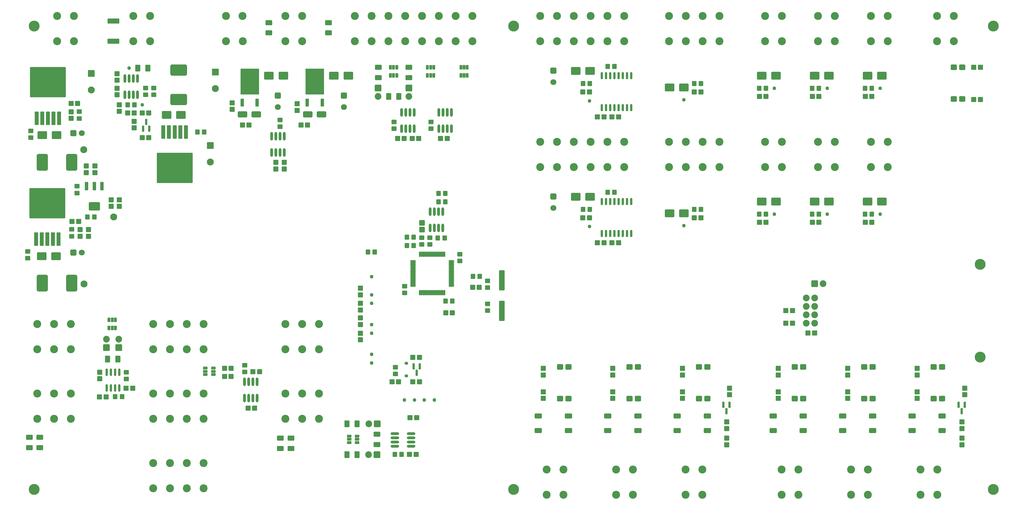
<source format=gts>
G04*
G04 #@! TF.GenerationSoftware,Altium Limited,Altium Designer,23.11.1 (41)*
G04*
G04 Layer_Color=8388736*
%FSLAX45Y45*%
%MOMM*%
G71*
G04*
G04 #@! TF.SameCoordinates,668DCF2D-5C62-4E2E-8AFA-826030B064F4*
G04*
G04*
G04 #@! TF.FilePolarity,Negative*
G04*
G01*
G75*
G04:AMPARAMS|DCode=16|XSize=0.7mm|YSize=1.9mm|CornerRadius=0.125mm|HoleSize=0mm|Usage=FLASHONLY|Rotation=0.000|XOffset=0mm|YOffset=0mm|HoleType=Round|Shape=RoundedRectangle|*
%AMROUNDEDRECTD16*
21,1,0.70000,1.65000,0,0,0.0*
21,1,0.45000,1.90000,0,0,0.0*
1,1,0.25000,0.22500,-0.82500*
1,1,0.25000,-0.22500,-0.82500*
1,1,0.25000,-0.22500,0.82500*
1,1,0.25000,0.22500,0.82500*
%
%ADD16ROUNDEDRECTD16*%
G04:AMPARAMS|DCode=17|XSize=0.95mm|YSize=0.85mm|CornerRadius=0.14375mm|HoleSize=0mm|Usage=FLASHONLY|Rotation=180.000|XOffset=0mm|YOffset=0mm|HoleType=Round|Shape=RoundedRectangle|*
%AMROUNDEDRECTD17*
21,1,0.95000,0.56250,0,0,180.0*
21,1,0.66250,0.85000,0,0,180.0*
1,1,0.28750,-0.33125,0.28125*
1,1,0.28750,0.33125,0.28125*
1,1,0.28750,0.33125,-0.28125*
1,1,0.28750,-0.33125,-0.28125*
%
%ADD17ROUNDEDRECTD17*%
G04:AMPARAMS|DCode=18|XSize=1.6mm|YSize=1.5mm|CornerRadius=0.225mm|HoleSize=0mm|Usage=FLASHONLY|Rotation=90.000|XOffset=0mm|YOffset=0mm|HoleType=Round|Shape=RoundedRectangle|*
%AMROUNDEDRECTD18*
21,1,1.60000,1.05000,0,0,90.0*
21,1,1.15000,1.50000,0,0,90.0*
1,1,0.45000,0.52500,0.57500*
1,1,0.45000,0.52500,-0.57500*
1,1,0.45000,-0.52500,-0.57500*
1,1,0.45000,-0.52500,0.57500*
%
%ADD18ROUNDEDRECTD18*%
G04:AMPARAMS|DCode=19|XSize=1.6mm|YSize=1.35mm|CornerRadius=0.20625mm|HoleSize=0mm|Usage=FLASHONLY|Rotation=0.000|XOffset=0mm|YOffset=0mm|HoleType=Round|Shape=RoundedRectangle|*
%AMROUNDEDRECTD19*
21,1,1.60000,0.93750,0,0,0.0*
21,1,1.18750,1.35000,0,0,0.0*
1,1,0.41250,0.59375,-0.46875*
1,1,0.41250,-0.59375,-0.46875*
1,1,0.41250,-0.59375,0.46875*
1,1,0.41250,0.59375,0.46875*
%
%ADD19ROUNDEDRECTD19*%
G04:AMPARAMS|DCode=20|XSize=1.624mm|YSize=1.878mm|CornerRadius=0.2405mm|HoleSize=0mm|Usage=FLASHONLY|Rotation=270.000|XOffset=0mm|YOffset=0mm|HoleType=Round|Shape=RoundedRectangle|*
%AMROUNDEDRECTD20*
21,1,1.62400,1.39700,0,0,270.0*
21,1,1.14300,1.87800,0,0,270.0*
1,1,0.48100,-0.69850,-0.57150*
1,1,0.48100,-0.69850,0.57150*
1,1,0.48100,0.69850,0.57150*
1,1,0.48100,0.69850,-0.57150*
%
%ADD20ROUNDEDRECTD20*%
G04:AMPARAMS|DCode=21|XSize=1.6mm|YSize=1.35mm|CornerRadius=0.20625mm|HoleSize=0mm|Usage=FLASHONLY|Rotation=90.000|XOffset=0mm|YOffset=0mm|HoleType=Round|Shape=RoundedRectangle|*
%AMROUNDEDRECTD21*
21,1,1.60000,0.93750,0,0,90.0*
21,1,1.18750,1.35000,0,0,90.0*
1,1,0.41250,0.46875,0.59375*
1,1,0.41250,0.46875,-0.59375*
1,1,0.41250,-0.46875,-0.59375*
1,1,0.41250,-0.46875,0.59375*
%
%ADD21ROUNDEDRECTD21*%
G04:AMPARAMS|DCode=22|XSize=2.35mm|YSize=2.95mm|CornerRadius=0.33125mm|HoleSize=0mm|Usage=FLASHONLY|Rotation=90.000|XOffset=0mm|YOffset=0mm|HoleType=Round|Shape=RoundedRectangle|*
%AMROUNDEDRECTD22*
21,1,2.35000,2.28750,0,0,90.0*
21,1,1.68750,2.95000,0,0,90.0*
1,1,0.66250,1.14375,0.84375*
1,1,0.66250,1.14375,-0.84375*
1,1,0.66250,-1.14375,-0.84375*
1,1,0.66250,-1.14375,0.84375*
%
%ADD22ROUNDEDRECTD22*%
%ADD23C,1.10000*%
%ADD24O,0.75000X2.20000*%
G04:AMPARAMS|DCode=25|XSize=0.8mm|YSize=1.4mm|CornerRadius=0.1375mm|HoleSize=0mm|Usage=FLASHONLY|Rotation=180.000|XOffset=0mm|YOffset=0mm|HoleType=Round|Shape=RoundedRectangle|*
%AMROUNDEDRECTD25*
21,1,0.80000,1.12500,0,0,180.0*
21,1,0.52500,1.40000,0,0,180.0*
1,1,0.27500,-0.26250,0.56250*
1,1,0.27500,0.26250,0.56250*
1,1,0.27500,0.26250,-0.56250*
1,1,0.27500,-0.26250,-0.56250*
%
%ADD25ROUNDEDRECTD25*%
%ADD26O,0.80000X2.60000*%
G04:AMPARAMS|DCode=27|XSize=2mm|YSize=1.6mm|CornerRadius=0.2375mm|HoleSize=0mm|Usage=FLASHONLY|Rotation=180.000|XOffset=0mm|YOffset=0mm|HoleType=Round|Shape=RoundedRectangle|*
%AMROUNDEDRECTD27*
21,1,2.00000,1.12500,0,0,180.0*
21,1,1.52500,1.60000,0,0,180.0*
1,1,0.47500,-0.76250,0.56250*
1,1,0.47500,0.76250,0.56250*
1,1,0.47500,0.76250,-0.56250*
1,1,0.47500,-0.76250,-0.56250*
%
%ADD27ROUNDEDRECTD27*%
G04:AMPARAMS|DCode=28|XSize=2mm|YSize=1.6mm|CornerRadius=0.2375mm|HoleSize=0mm|Usage=FLASHONLY|Rotation=270.000|XOffset=0mm|YOffset=0mm|HoleType=Round|Shape=RoundedRectangle|*
%AMROUNDEDRECTD28*
21,1,2.00000,1.12500,0,0,270.0*
21,1,1.52500,1.60000,0,0,270.0*
1,1,0.47500,-0.56250,-0.76250*
1,1,0.47500,-0.56250,0.76250*
1,1,0.47500,0.56250,0.76250*
1,1,0.47500,0.56250,-0.76250*
%
%ADD28ROUNDEDRECTD28*%
G04:AMPARAMS|DCode=29|XSize=1.6mm|YSize=1.5mm|CornerRadius=0.225mm|HoleSize=0mm|Usage=FLASHONLY|Rotation=180.000|XOffset=0mm|YOffset=0mm|HoleType=Round|Shape=RoundedRectangle|*
%AMROUNDEDRECTD29*
21,1,1.60000,1.05000,0,0,180.0*
21,1,1.15000,1.50000,0,0,180.0*
1,1,0.45000,-0.57500,0.52500*
1,1,0.45000,0.57500,0.52500*
1,1,0.45000,0.57500,-0.52500*
1,1,0.45000,-0.57500,-0.52500*
%
%ADD29ROUNDEDRECTD29*%
G04:AMPARAMS|DCode=30|XSize=1.1mm|YSize=2.3mm|CornerRadius=0.175mm|HoleSize=0mm|Usage=FLASHONLY|Rotation=180.000|XOffset=0mm|YOffset=0mm|HoleType=Round|Shape=RoundedRectangle|*
%AMROUNDEDRECTD30*
21,1,1.10000,1.95000,0,0,180.0*
21,1,0.75000,2.30000,0,0,180.0*
1,1,0.35000,-0.37500,0.97500*
1,1,0.35000,0.37500,0.97500*
1,1,0.35000,0.37500,-0.97500*
1,1,0.35000,-0.37500,-0.97500*
%
%ADD30ROUNDEDRECTD30*%
G04:AMPARAMS|DCode=31|XSize=5.65mm|YSize=7.8mm|CornerRadius=0.18875mm|HoleSize=0mm|Usage=FLASHONLY|Rotation=180.000|XOffset=0mm|YOffset=0mm|HoleType=Round|Shape=RoundedRectangle|*
%AMROUNDEDRECTD31*
21,1,5.65000,7.42250,0,0,180.0*
21,1,5.27250,7.80000,0,0,180.0*
1,1,0.37750,-2.63625,3.71125*
1,1,0.37750,2.63625,3.71125*
1,1,0.37750,2.63625,-3.71125*
1,1,0.37750,-2.63625,-3.71125*
%
%ADD31ROUNDEDRECTD31*%
G04:AMPARAMS|DCode=32|XSize=1.8mm|YSize=2.85mm|CornerRadius=0.2625mm|HoleSize=0mm|Usage=FLASHONLY|Rotation=90.000|XOffset=0mm|YOffset=0mm|HoleType=Round|Shape=RoundedRectangle|*
%AMROUNDEDRECTD32*
21,1,1.80000,2.32500,0,0,90.0*
21,1,1.27500,2.85000,0,0,90.0*
1,1,0.52500,1.16250,0.63750*
1,1,0.52500,1.16250,-0.63750*
1,1,0.52500,-1.16250,-0.63750*
1,1,0.52500,-1.16250,0.63750*
%
%ADD32ROUNDEDRECTD32*%
G04:AMPARAMS|DCode=33|XSize=5mm|YSize=3.4mm|CornerRadius=0.4625mm|HoleSize=0mm|Usage=FLASHONLY|Rotation=180.000|XOffset=0mm|YOffset=0mm|HoleType=Round|Shape=RoundedRectangle|*
%AMROUNDEDRECTD33*
21,1,5.00000,2.47500,0,0,180.0*
21,1,4.07500,3.40000,0,0,180.0*
1,1,0.92500,-2.03750,1.23750*
1,1,0.92500,2.03750,1.23750*
1,1,0.92500,2.03750,-1.23750*
1,1,0.92500,-2.03750,-1.23750*
%
%ADD33ROUNDEDRECTD33*%
G04:AMPARAMS|DCode=34|XSize=1.15mm|YSize=4.1mm|CornerRadius=0.18125mm|HoleSize=0mm|Usage=FLASHONLY|Rotation=0.000|XOffset=0mm|YOffset=0mm|HoleType=Round|Shape=RoundedRectangle|*
%AMROUNDEDRECTD34*
21,1,1.15000,3.73750,0,0,0.0*
21,1,0.78750,4.10000,0,0,0.0*
1,1,0.36250,0.39375,-1.86875*
1,1,0.36250,-0.39375,-1.86875*
1,1,0.36250,-0.39375,1.86875*
1,1,0.36250,0.39375,1.86875*
%
%ADD34ROUNDEDRECTD34*%
G04:AMPARAMS|DCode=35|XSize=10.9mm|YSize=9.1mm|CornerRadius=0.275mm|HoleSize=0mm|Usage=FLASHONLY|Rotation=0.000|XOffset=0mm|YOffset=0mm|HoleType=Round|Shape=RoundedRectangle|*
%AMROUNDEDRECTD35*
21,1,10.90000,8.55000,0,0,0.0*
21,1,10.35000,9.10000,0,0,0.0*
1,1,0.55000,5.17500,-4.27500*
1,1,0.55000,-5.17500,-4.27500*
1,1,0.55000,-5.17500,4.27500*
1,1,0.55000,5.17500,4.27500*
%
%ADD35ROUNDEDRECTD35*%
G04:AMPARAMS|DCode=36|XSize=1.7mm|YSize=1.7mm|CornerRadius=0.25mm|HoleSize=0mm|Usage=FLASHONLY|Rotation=0.000|XOffset=0mm|YOffset=0mm|HoleType=Round|Shape=RoundedRectangle|*
%AMROUNDEDRECTD36*
21,1,1.70000,1.20000,0,0,0.0*
21,1,1.20000,1.70000,0,0,0.0*
1,1,0.50000,0.60000,-0.60000*
1,1,0.50000,-0.60000,-0.60000*
1,1,0.50000,-0.60000,0.60000*
1,1,0.50000,0.60000,0.60000*
%
%ADD36ROUNDEDRECTD36*%
G04:AMPARAMS|DCode=37|XSize=6.1mm|YSize=1.7mm|CornerRadius=0.25mm|HoleSize=0mm|Usage=FLASHONLY|Rotation=270.000|XOffset=0mm|YOffset=0mm|HoleType=Round|Shape=RoundedRectangle|*
%AMROUNDEDRECTD37*
21,1,6.10000,1.20000,0,0,270.0*
21,1,5.60000,1.70000,0,0,270.0*
1,1,0.50000,-0.60000,-2.80000*
1,1,0.50000,-0.60000,2.80000*
1,1,0.50000,0.60000,2.80000*
1,1,0.50000,0.60000,-2.80000*
%
%ADD37ROUNDEDRECTD37*%
G04:AMPARAMS|DCode=38|XSize=1.5mm|YSize=2.2mm|CornerRadius=0.225mm|HoleSize=0mm|Usage=FLASHONLY|Rotation=90.000|XOffset=0mm|YOffset=0mm|HoleType=Round|Shape=RoundedRectangle|*
%AMROUNDEDRECTD38*
21,1,1.50000,1.75000,0,0,90.0*
21,1,1.05000,2.20000,0,0,90.0*
1,1,0.45000,0.87500,0.52500*
1,1,0.45000,0.87500,-0.52500*
1,1,0.45000,-0.87500,-0.52500*
1,1,0.45000,-0.87500,0.52500*
%
%ADD38ROUNDEDRECTD38*%
%ADD39O,2.60000X0.80000*%
G04:AMPARAMS|DCode=40|XSize=0.8mm|YSize=1.4mm|CornerRadius=0.1375mm|HoleSize=0mm|Usage=FLASHONLY|Rotation=270.000|XOffset=0mm|YOffset=0mm|HoleType=Round|Shape=RoundedRectangle|*
%AMROUNDEDRECTD40*
21,1,0.80000,1.12500,0,0,270.0*
21,1,0.52500,1.40000,0,0,270.0*
1,1,0.27500,-0.56250,-0.26250*
1,1,0.27500,-0.56250,0.26250*
1,1,0.27500,0.56250,0.26250*
1,1,0.27500,0.56250,-0.26250*
%
%ADD40ROUNDEDRECTD40*%
%ADD41O,0.70000X2.30000*%
G04:AMPARAMS|DCode=42|XSize=5mm|YSize=3.4mm|CornerRadius=0.4625mm|HoleSize=0mm|Usage=FLASHONLY|Rotation=90.000|XOffset=0mm|YOffset=0mm|HoleType=Round|Shape=RoundedRectangle|*
%AMROUNDEDRECTD42*
21,1,5.00000,2.47500,0,0,90.0*
21,1,4.07500,3.40000,0,0,90.0*
1,1,0.92500,1.23750,2.03750*
1,1,0.92500,1.23750,-2.03750*
1,1,0.92500,-1.23750,-2.03750*
1,1,0.92500,-1.23750,2.03750*
%
%ADD42ROUNDEDRECTD42*%
G04:AMPARAMS|DCode=43|XSize=3.4mm|YSize=2.6mm|CornerRadius=0.3625mm|HoleSize=0mm|Usage=FLASHONLY|Rotation=0.000|XOffset=0mm|YOffset=0mm|HoleType=Round|Shape=RoundedRectangle|*
%AMROUNDEDRECTD43*
21,1,3.40000,1.87500,0,0,0.0*
21,1,2.67500,2.60000,0,0,0.0*
1,1,0.72500,1.33750,-0.93750*
1,1,0.72500,-1.33750,-0.93750*
1,1,0.72500,-1.33750,0.93750*
1,1,0.72500,1.33750,0.93750*
%
%ADD43ROUNDEDRECTD43*%
G04:AMPARAMS|DCode=44|XSize=1.1mm|YSize=2.6mm|CornerRadius=0.175mm|HoleSize=0mm|Usage=FLASHONLY|Rotation=0.000|XOffset=0mm|YOffset=0mm|HoleType=Round|Shape=RoundedRectangle|*
%AMROUNDEDRECTD44*
21,1,1.10000,2.25000,0,0,0.0*
21,1,0.75000,2.60000,0,0,0.0*
1,1,0.35000,0.37500,-1.12500*
1,1,0.35000,-0.37500,-1.12500*
1,1,0.35000,-0.37500,1.12500*
1,1,0.35000,0.37500,1.12500*
%
%ADD44ROUNDEDRECTD44*%
G04:AMPARAMS|DCode=45|XSize=3.6mm|YSize=1.6mm|CornerRadius=0.2375mm|HoleSize=0mm|Usage=FLASHONLY|Rotation=0.000|XOffset=0mm|YOffset=0mm|HoleType=Round|Shape=RoundedRectangle|*
%AMROUNDEDRECTD45*
21,1,3.60000,1.12500,0,0,0.0*
21,1,3.12500,1.60000,0,0,0.0*
1,1,0.47500,1.56250,-0.56250*
1,1,0.47500,-1.56250,-0.56250*
1,1,0.47500,-1.56250,0.56250*
1,1,0.47500,1.56250,0.56250*
%
%ADD45ROUNDEDRECTD45*%
%ADD46O,1.70000X0.45000*%
%ADD47O,0.45000X1.70000*%
%ADD48C,2.10000*%
%ADD49C,3.30000*%
%ADD50C,2.40000*%
%ADD51C,1.80000*%
G04:AMPARAMS|DCode=52|XSize=1.8mm|YSize=1.8mm|CornerRadius=0.2625mm|HoleSize=0mm|Usage=FLASHONLY|Rotation=270.000|XOffset=0mm|YOffset=0mm|HoleType=Round|Shape=RoundedRectangle|*
%AMROUNDEDRECTD52*
21,1,1.80000,1.27500,0,0,270.0*
21,1,1.27500,1.80000,0,0,270.0*
1,1,0.52500,-0.63750,-0.63750*
1,1,0.52500,-0.63750,0.63750*
1,1,0.52500,0.63750,0.63750*
1,1,0.52500,0.63750,-0.63750*
%
%ADD52ROUNDEDRECTD52*%
%ADD53C,2.02400*%
G04:AMPARAMS|DCode=54|XSize=2.024mm|YSize=2.024mm|CornerRadius=0.2905mm|HoleSize=0mm|Usage=FLASHONLY|Rotation=180.000|XOffset=0mm|YOffset=0mm|HoleType=Round|Shape=RoundedRectangle|*
%AMROUNDEDRECTD54*
21,1,2.02400,1.44300,0,0,180.0*
21,1,1.44300,2.02400,0,0,180.0*
1,1,0.58100,-0.72150,0.72150*
1,1,0.58100,0.72150,0.72150*
1,1,0.58100,0.72150,-0.72150*
1,1,0.58100,-0.72150,-0.72150*
%
%ADD54ROUNDEDRECTD54*%
G04:AMPARAMS|DCode=55|XSize=2.1mm|YSize=2.1mm|CornerRadius=0.3mm|HoleSize=0mm|Usage=FLASHONLY|Rotation=270.000|XOffset=0mm|YOffset=0mm|HoleType=Round|Shape=RoundedRectangle|*
%AMROUNDEDRECTD55*
21,1,2.10000,1.50000,0,0,270.0*
21,1,1.50000,2.10000,0,0,270.0*
1,1,0.60000,-0.75000,-0.75000*
1,1,0.60000,-0.75000,0.75000*
1,1,0.60000,0.75000,0.75000*
1,1,0.60000,0.75000,-0.75000*
%
%ADD55ROUNDEDRECTD55*%
G04:AMPARAMS|DCode=56|XSize=2.024mm|YSize=2.024mm|CornerRadius=0.2905mm|HoleSize=0mm|Usage=FLASHONLY|Rotation=270.000|XOffset=0mm|YOffset=0mm|HoleType=Round|Shape=RoundedRectangle|*
%AMROUNDEDRECTD56*
21,1,2.02400,1.44300,0,0,270.0*
21,1,1.44300,2.02400,0,0,270.0*
1,1,0.58100,-0.72150,-0.72150*
1,1,0.58100,-0.72150,0.72150*
1,1,0.58100,0.72150,0.72150*
1,1,0.58100,0.72150,-0.72150*
%
%ADD56ROUNDEDRECTD56*%
G04:AMPARAMS|DCode=57|XSize=1.8mm|YSize=1.8mm|CornerRadius=0.2625mm|HoleSize=0mm|Usage=FLASHONLY|Rotation=0.000|XOffset=0mm|YOffset=0mm|HoleType=Round|Shape=RoundedRectangle|*
%AMROUNDEDRECTD57*
21,1,1.80000,1.27500,0,0,0.0*
21,1,1.27500,1.80000,0,0,0.0*
1,1,0.52500,0.63750,-0.63750*
1,1,0.52500,-0.63750,-0.63750*
1,1,0.52500,-0.63750,0.63750*
1,1,0.52500,0.63750,0.63750*
%
%ADD57ROUNDEDRECTD57*%
D16*
X16164999Y8220000D02*
D03*
X15975000D02*
D03*
X16070000Y8020000D02*
D03*
X7890000Y15600000D02*
D03*
X7985000Y15400000D02*
D03*
X7795000D02*
D03*
X32545001Y6860000D02*
D03*
X32450000Y7060000D02*
D03*
X32639999D02*
D03*
X25435001Y6860000D02*
D03*
X25339999Y7060000D02*
D03*
X25530000D02*
D03*
D17*
X15760001Y8310000D02*
D03*
Y7930000D02*
D03*
D18*
X15320000Y7750000D02*
D03*
X15520000D02*
D03*
X33110001Y17250000D02*
D03*
X32910001D02*
D03*
X33110001Y16280000D02*
D03*
X32910001D02*
D03*
X29629999Y12570000D02*
D03*
X29829999D02*
D03*
X28229999D02*
D03*
X28029999D02*
D03*
X26629999D02*
D03*
X26429999D02*
D03*
X29829999Y16370000D02*
D03*
X29629999D02*
D03*
X28029999D02*
D03*
X28229999D02*
D03*
X26629999D02*
D03*
X26429999D02*
D03*
X24660001Y12710000D02*
D03*
X24460001D02*
D03*
Y16510001D02*
D03*
X24660001D02*
D03*
X21289999Y12710000D02*
D03*
X21089999D02*
D03*
X21970000Y11950000D02*
D03*
X22170000D02*
D03*
X21530000D02*
D03*
X21730000D02*
D03*
X21970000Y15750000D02*
D03*
X22170000D02*
D03*
X21530000D02*
D03*
X21730000D02*
D03*
X21289999Y16510001D02*
D03*
X21089999D02*
D03*
X16789999Y15100000D02*
D03*
X16989999D02*
D03*
X15689999Y15100000D02*
D03*
X15489999D02*
D03*
X15930000D02*
D03*
X16130000D02*
D03*
X12570000Y15510001D02*
D03*
X12770000D02*
D03*
X11000000D02*
D03*
X10800000D02*
D03*
X7970000Y15870000D02*
D03*
X7770000D02*
D03*
X7530000D02*
D03*
X7330000D02*
D03*
X7770000Y15130000D02*
D03*
X7970000D02*
D03*
X17960001Y10610000D02*
D03*
X17760001D02*
D03*
X16948480Y9832340D02*
D03*
X17148480D02*
D03*
X27229999Y9900000D02*
D03*
X27429999D02*
D03*
X27229999Y9520000D02*
D03*
X27429999D02*
D03*
X27900000Y9230000D02*
D03*
X28100000D02*
D03*
X15870000Y6670000D02*
D03*
X16070000D02*
D03*
X16150000Y7750000D02*
D03*
X15950000D02*
D03*
X15850000Y5560000D02*
D03*
X16050000D02*
D03*
X15950000Y8490000D02*
D03*
X16150000D02*
D03*
X11170000Y6960000D02*
D03*
X10970000D02*
D03*
X11320000Y8060000D02*
D03*
X11120000D02*
D03*
X10260000Y7910000D02*
D03*
X10460000D02*
D03*
X10260000Y8160000D02*
D03*
X10460000D02*
D03*
X7280000Y7560000D02*
D03*
X7480000D02*
D03*
X6680000Y7300000D02*
D03*
X6480000D02*
D03*
X5650000Y12600000D02*
D03*
X5850000D02*
D03*
X5820000Y16160001D02*
D03*
X5620000D02*
D03*
D19*
X15427960Y8193300D02*
D03*
Y7988300D02*
D03*
X16500000Y15400000D02*
D03*
Y15605000D02*
D03*
X15380000Y15400000D02*
D03*
Y15605000D02*
D03*
X11940000Y15460001D02*
D03*
Y15664999D02*
D03*
X8120001Y16420000D02*
D03*
Y16625000D02*
D03*
X7870001Y16420000D02*
D03*
Y16625000D02*
D03*
X16220000Y11900000D02*
D03*
Y12105000D02*
D03*
X16470000Y11900000D02*
D03*
Y12105000D02*
D03*
X17376140Y11402060D02*
D03*
Y11607060D02*
D03*
X18210001Y10600000D02*
D03*
Y10805000D02*
D03*
Y10110000D02*
D03*
Y9905000D02*
D03*
X15704820Y10638420D02*
D03*
Y10433420D02*
D03*
X10870000Y8050000D02*
D03*
Y8255000D02*
D03*
X7287260Y8043520D02*
D03*
Y7838520D02*
D03*
X4310000Y11690000D02*
D03*
Y11485000D02*
D03*
X5640000Y12355000D02*
D03*
Y12150000D02*
D03*
X5800000Y13660001D02*
D03*
Y13455000D02*
D03*
X4400000Y15330000D02*
D03*
Y15125000D02*
D03*
X5870000Y15707500D02*
D03*
Y15912502D02*
D03*
D20*
X32564001Y17250000D02*
D03*
X32310001D02*
D03*
X32564001Y16297501D02*
D03*
X32310001D02*
D03*
X24600000Y7247500D02*
D03*
X24853999D02*
D03*
X24600000Y8200000D02*
D03*
X24853999D02*
D03*
X31700000Y7247500D02*
D03*
X31954001D02*
D03*
X31700000Y8200000D02*
D03*
X31954001D02*
D03*
X29600000Y7247500D02*
D03*
X29854001D02*
D03*
X29600000Y8200000D02*
D03*
X29854001D02*
D03*
X27500000Y7247500D02*
D03*
X27754001D02*
D03*
X27500000Y8200000D02*
D03*
X27754001D02*
D03*
X22500000Y7247500D02*
D03*
X22753999D02*
D03*
X22500000Y8200000D02*
D03*
X22753999D02*
D03*
X20400000Y7247500D02*
D03*
X20653999D02*
D03*
X20400000Y8200000D02*
D03*
X20653999D02*
D03*
D21*
X29625000Y12820000D02*
D03*
X29829999D02*
D03*
X28229999D02*
D03*
X28025000D02*
D03*
X26629999D02*
D03*
X26425000D02*
D03*
X29829999Y16620000D02*
D03*
X29625000D02*
D03*
X28025000D02*
D03*
X28229999D02*
D03*
X26629999D02*
D03*
X26425000D02*
D03*
X24664999Y12960001D02*
D03*
X24460001D02*
D03*
Y16760001D02*
D03*
X24664999D02*
D03*
X21302499Y12960001D02*
D03*
X21097501D02*
D03*
X22050000Y13480000D02*
D03*
X21845000D02*
D03*
X21302499Y16760001D02*
D03*
X21097501D02*
D03*
X22050000Y17280000D02*
D03*
X21845000D02*
D03*
X7532501Y16120000D02*
D03*
X7327501D02*
D03*
X9642500Y15300000D02*
D03*
X9437500D02*
D03*
X16730000Y13439999D02*
D03*
X16935001D02*
D03*
X16730000Y13189999D02*
D03*
X16935001D02*
D03*
X15980000Y12120000D02*
D03*
X15775000D02*
D03*
X15979140Y11864340D02*
D03*
X15774139D02*
D03*
X16707500Y12100000D02*
D03*
X16912500D02*
D03*
X17767500Y10940000D02*
D03*
X17972501D02*
D03*
X16939259Y10187940D02*
D03*
X17144260D02*
D03*
X14800000Y11670000D02*
D03*
X14595000D02*
D03*
X15410001Y5560000D02*
D03*
X15614999D02*
D03*
X6953620Y7301840D02*
D03*
X7158620D02*
D03*
X6320000Y12730000D02*
D03*
X6115000D02*
D03*
D22*
X26500000Y13200000D02*
D03*
X26935001D02*
D03*
X28100000D02*
D03*
X28535001D02*
D03*
X30135001D02*
D03*
X29700000D02*
D03*
Y17000000D02*
D03*
X30135001D02*
D03*
X28535001D02*
D03*
X28100000D02*
D03*
X26500000D02*
D03*
X26935001D02*
D03*
X23714999Y12839999D02*
D03*
X24150000D02*
D03*
Y16639999D02*
D03*
X23714999D02*
D03*
X21310001Y13339999D02*
D03*
X20875000D02*
D03*
X21310001Y17139999D02*
D03*
X20875000D02*
D03*
X14000000Y17000000D02*
D03*
X13564999D02*
D03*
X12036819Y16997459D02*
D03*
X11601819D02*
D03*
X8940000Y15810001D02*
D03*
X8505000D02*
D03*
X4730000Y11550000D02*
D03*
X5165000D02*
D03*
X5185000Y15200000D02*
D03*
X4750000D02*
D03*
D23*
X24150000Y12470000D02*
D03*
Y16270000D02*
D03*
X21289999Y12440000D02*
D03*
X16300000Y7200000D02*
D03*
X16000000D02*
D03*
X26879999Y16620000D02*
D03*
X30079999Y12820000D02*
D03*
X28479999Y16620000D02*
D03*
Y12820000D02*
D03*
X26879999D02*
D03*
X30079999Y16620000D02*
D03*
X21289999Y16239999D02*
D03*
X14710001Y10380000D02*
D03*
Y10120000D02*
D03*
X7370000Y17230000D02*
D03*
X7770000Y16120000D02*
D03*
X16600000Y7200000D02*
D03*
X15700000D02*
D03*
X14710001Y10930000D02*
D03*
Y9220000D02*
D03*
Y9480000D02*
D03*
Y8320000D02*
D03*
Y8580000D02*
D03*
D24*
X22558000Y13200000D02*
D03*
X22431000D02*
D03*
X22303999D02*
D03*
X22177000D02*
D03*
X22050000D02*
D03*
X21923000D02*
D03*
X21796001D02*
D03*
X21669000D02*
D03*
X22558000Y12230000D02*
D03*
X22431000D02*
D03*
X22303999D02*
D03*
X22177000D02*
D03*
X22050000D02*
D03*
X21923000D02*
D03*
X21796001D02*
D03*
X21669000D02*
D03*
X22558000Y17000000D02*
D03*
X22431000D02*
D03*
X22303999D02*
D03*
X22177000D02*
D03*
X22050000D02*
D03*
X21923000D02*
D03*
X21796001D02*
D03*
X21669000D02*
D03*
X22558000Y16030000D02*
D03*
X22431000D02*
D03*
X22303999D02*
D03*
X22177000D02*
D03*
X22050000D02*
D03*
X21923000D02*
D03*
X21796001D02*
D03*
X21669000D02*
D03*
D25*
X17500000Y17250000D02*
D03*
X17405000D02*
D03*
X17595000D02*
D03*
Y17010001D02*
D03*
X17500000D02*
D03*
X17405000D02*
D03*
X16489999Y17250000D02*
D03*
X16395000D02*
D03*
X16585001D02*
D03*
Y17010001D02*
D03*
X16489999D02*
D03*
X16395000D02*
D03*
X15370000Y17250000D02*
D03*
X15275000D02*
D03*
X15464999D02*
D03*
Y17010001D02*
D03*
X15370000D02*
D03*
X15275000D02*
D03*
X6863080Y9622100D02*
D03*
X6768080D02*
D03*
X6958080D02*
D03*
Y9382100D02*
D03*
X6863080D02*
D03*
X6768080D02*
D03*
D26*
X17117000Y15889999D02*
D03*
X16989999D02*
D03*
X16863000D02*
D03*
X16736000D02*
D03*
X17117000Y15400000D02*
D03*
X16989999D02*
D03*
X16863000D02*
D03*
X16736000D02*
D03*
X15997000Y15889999D02*
D03*
X15870000D02*
D03*
X15742999D02*
D03*
X15616000D02*
D03*
X15997000Y15400000D02*
D03*
X15870000D02*
D03*
X15742999D02*
D03*
X15616000D02*
D03*
X12067000Y15170000D02*
D03*
X11940000D02*
D03*
X11813000D02*
D03*
X11686000D02*
D03*
X12067000Y14680000D02*
D03*
X11940000D02*
D03*
X11813000D02*
D03*
X11686000D02*
D03*
X7246000Y16420000D02*
D03*
X7373000D02*
D03*
X7500000D02*
D03*
X7627000D02*
D03*
X7246000Y16910001D02*
D03*
X7373000D02*
D03*
X7500000D02*
D03*
X7627000D02*
D03*
X16473000Y12400000D02*
D03*
X16600000D02*
D03*
X16727000D02*
D03*
X16853999D02*
D03*
X16473000Y12889999D02*
D03*
X16600000D02*
D03*
X16727000D02*
D03*
X16853999D02*
D03*
X10859499Y7265000D02*
D03*
X10986499D02*
D03*
X11113499D02*
D03*
X11240499D02*
D03*
X10859499Y7755000D02*
D03*
X10986499D02*
D03*
X11113499D02*
D03*
X11240499D02*
D03*
D27*
X15830000Y16939999D02*
D03*
Y17250000D02*
D03*
X14910001Y16939999D02*
D03*
Y17250000D02*
D03*
X13400000Y18600000D02*
D03*
Y18289999D02*
D03*
X11600000Y18600000D02*
D03*
Y18289999D02*
D03*
X14870000Y5860000D02*
D03*
Y6170000D02*
D03*
X12270000Y6050000D02*
D03*
Y5740000D02*
D03*
X11950000Y6050000D02*
D03*
Y5740000D02*
D03*
X4670000Y6074280D02*
D03*
Y5764280D02*
D03*
X4360000Y6074280D02*
D03*
Y5764280D02*
D03*
D28*
X15530000Y16370000D02*
D03*
X15220000D02*
D03*
X7635000Y17230000D02*
D03*
X7945000D02*
D03*
X14270000Y6480000D02*
D03*
X13960001D02*
D03*
Y5550000D02*
D03*
X14270000D02*
D03*
X7035000Y8440000D02*
D03*
X6725000D02*
D03*
D29*
X12065000Y14381480D02*
D03*
Y14181480D02*
D03*
X11810000Y14380000D02*
D03*
Y14180000D02*
D03*
X12450000Y16150000D02*
D03*
Y15950000D02*
D03*
X10490000Y16180000D02*
D03*
Y15980000D02*
D03*
X7010000Y16420000D02*
D03*
Y16620000D02*
D03*
X7010000Y16860001D02*
D03*
Y17060001D02*
D03*
X7080000Y16120000D02*
D03*
Y15920000D02*
D03*
X7530000Y15420000D02*
D03*
Y15620000D02*
D03*
X14370000Y10380000D02*
D03*
Y10580000D02*
D03*
Y10120000D02*
D03*
Y9920000D02*
D03*
Y9680000D02*
D03*
Y9480000D02*
D03*
Y9020000D02*
D03*
Y9220000D02*
D03*
X32639999Y7560000D02*
D03*
Y7360000D02*
D03*
X32550000Y6540000D02*
D03*
Y6340000D02*
D03*
Y6050000D02*
D03*
Y5850000D02*
D03*
X25530000Y7560000D02*
D03*
Y7360000D02*
D03*
X25439999Y6540000D02*
D03*
Y6340000D02*
D03*
Y6050000D02*
D03*
Y5850000D02*
D03*
X24100000Y7450000D02*
D03*
Y7250000D02*
D03*
Y7960000D02*
D03*
Y8160000D02*
D03*
X31200000Y7960000D02*
D03*
Y8160000D02*
D03*
Y7450000D02*
D03*
Y7250000D02*
D03*
X29100000Y7960000D02*
D03*
Y8160000D02*
D03*
Y7450000D02*
D03*
Y7250000D02*
D03*
X27000000Y7960000D02*
D03*
Y8160000D02*
D03*
Y7450000D02*
D03*
Y7250000D02*
D03*
X22000000Y7960000D02*
D03*
Y8160000D02*
D03*
Y7450000D02*
D03*
Y7250000D02*
D03*
X19900000Y7960000D02*
D03*
Y8160000D02*
D03*
Y7450000D02*
D03*
Y7250000D02*
D03*
X6484620Y8043520D02*
D03*
Y7843520D02*
D03*
X5890000Y12150000D02*
D03*
Y12350000D02*
D03*
X6150000Y12150000D02*
D03*
Y12350000D02*
D03*
X7080000Y13050000D02*
D03*
Y13250000D02*
D03*
X6830000Y13050000D02*
D03*
Y13250000D02*
D03*
X6080000Y14070000D02*
D03*
Y14270000D02*
D03*
X6340000D02*
D03*
Y14070000D02*
D03*
X5620000Y15910001D02*
D03*
Y15710001D02*
D03*
D30*
X12762080Y16182460D02*
D03*
X13218080D02*
D03*
X10791319D02*
D03*
X11247319D02*
D03*
D31*
X12990080Y16817461D02*
D03*
X11019319D02*
D03*
D32*
X13187579Y15827460D02*
D03*
X12772580D02*
D03*
X11216819D02*
D03*
X10801819D02*
D03*
D33*
X8870000Y16280000D02*
D03*
Y17170000D02*
D03*
D34*
X8920000Y15300000D02*
D03*
X8750000D02*
D03*
X8580000D02*
D03*
X8410000D02*
D03*
X9090000D02*
D03*
X4560000Y12060000D02*
D03*
X4730000D02*
D03*
X4900000D02*
D03*
X5070000D02*
D03*
X5240000D02*
D03*
X5260000Y15710001D02*
D03*
X5090000D02*
D03*
X4920000D02*
D03*
X4750000D02*
D03*
X4580000D02*
D03*
D35*
X8750000Y14210001D02*
D03*
X4900000Y13150000D02*
D03*
X4920000Y16800000D02*
D03*
D36*
X16230000Y12350000D02*
D03*
Y12550000D02*
D03*
D37*
X18639999Y9892000D02*
D03*
Y10820000D02*
D03*
D38*
X23945000Y6276000D02*
D03*
X24855000D02*
D03*
X23945000Y6724000D02*
D03*
X24855000D02*
D03*
X31045001Y6276000D02*
D03*
X31954999D02*
D03*
X31045001Y6724000D02*
D03*
X31954999D02*
D03*
X28945001Y6276000D02*
D03*
X29854999D02*
D03*
X28945001Y6724000D02*
D03*
X29854999D02*
D03*
X26845001Y6276000D02*
D03*
X27754999D02*
D03*
X26845001Y6724000D02*
D03*
X27754999D02*
D03*
X21845000Y6276000D02*
D03*
X22755000D02*
D03*
X21845000Y6724000D02*
D03*
X22755000D02*
D03*
X19745000Y6276000D02*
D03*
X20655000D02*
D03*
X19745000Y6724000D02*
D03*
X20655000D02*
D03*
D39*
X15410001Y6184000D02*
D03*
Y6057000D02*
D03*
Y5930000D02*
D03*
Y5803000D02*
D03*
X15900000Y6184000D02*
D03*
Y6057000D02*
D03*
Y5930000D02*
D03*
Y5803000D02*
D03*
D40*
X14030000Y6015000D02*
D03*
Y5920000D02*
D03*
Y6110000D02*
D03*
X14270000D02*
D03*
Y6015000D02*
D03*
Y5920000D02*
D03*
X9920000Y7975000D02*
D03*
Y8070000D02*
D03*
Y8165000D02*
D03*
X9680000D02*
D03*
Y7975000D02*
D03*
Y8070000D02*
D03*
D41*
X6695440Y7563520D02*
D03*
X6822440D02*
D03*
X6949440D02*
D03*
X7076440D02*
D03*
X6695440Y8043520D02*
D03*
X6822440D02*
D03*
X6949440D02*
D03*
X7076440D02*
D03*
D42*
X4750000Y10730000D02*
D03*
X5640000D02*
D03*
Y14380000D02*
D03*
X4750000D02*
D03*
D43*
X6320000Y13050000D02*
D03*
D44*
X6090000Y13660001D02*
D03*
X6320000D02*
D03*
X6550000D02*
D03*
D45*
X6900000Y18650000D02*
D03*
Y18039999D02*
D03*
D46*
X17115401Y10651140D02*
D03*
Y10701140D02*
D03*
Y10751140D02*
D03*
Y10801140D02*
D03*
Y10851140D02*
D03*
Y10901140D02*
D03*
Y10951140D02*
D03*
Y11001140D02*
D03*
Y11051140D02*
D03*
Y11101140D02*
D03*
Y11151140D02*
D03*
Y11201140D02*
D03*
Y11251140D02*
D03*
Y11301140D02*
D03*
Y11351140D02*
D03*
Y11401140D02*
D03*
X15955400D02*
D03*
Y11351140D02*
D03*
Y11301140D02*
D03*
Y11251140D02*
D03*
Y11201140D02*
D03*
Y11151140D02*
D03*
Y11101140D02*
D03*
Y11051140D02*
D03*
Y11001140D02*
D03*
Y10951140D02*
D03*
Y10901140D02*
D03*
Y10851140D02*
D03*
Y10801140D02*
D03*
Y10751140D02*
D03*
Y10701140D02*
D03*
Y10651140D02*
D03*
D47*
X16910400Y11606140D02*
D03*
X16860400D02*
D03*
X16810400D02*
D03*
X16760400D02*
D03*
X16710400D02*
D03*
X16660400D02*
D03*
X16610400D02*
D03*
X16560400D02*
D03*
X16510400D02*
D03*
X16460400D02*
D03*
X16410400D02*
D03*
X16360400D02*
D03*
X16310400D02*
D03*
X16260400D02*
D03*
X16210400D02*
D03*
X16160400D02*
D03*
Y10446140D02*
D03*
X16210400D02*
D03*
X16260400D02*
D03*
X16310400D02*
D03*
X16360400D02*
D03*
X16410400D02*
D03*
X16460400D02*
D03*
X16510400D02*
D03*
X16560400D02*
D03*
X16610400D02*
D03*
X16660400D02*
D03*
X16710400D02*
D03*
X16760400D02*
D03*
X16810400D02*
D03*
X16860400D02*
D03*
X16910400D02*
D03*
D48*
X6910000Y12730000D02*
D03*
X6010000Y10710000D02*
D03*
X6000000Y14760001D02*
D03*
X9980000Y16610001D02*
D03*
X9830000Y14389999D02*
D03*
X6230000Y16570000D02*
D03*
D49*
X19001651Y18500000D02*
D03*
X19000000Y4500000D02*
D03*
X33100000Y11300000D02*
D03*
Y8500000D02*
D03*
X33500000Y4500000D02*
D03*
Y18500000D02*
D03*
X4500000D02*
D03*
Y4500000D02*
D03*
D50*
X14200000Y18038000D02*
D03*
Y18800000D02*
D03*
X14708000Y18038000D02*
D03*
Y18800000D02*
D03*
X16231984Y18037984D02*
D03*
Y18799985D02*
D03*
X16739984Y18037984D02*
D03*
Y18799985D02*
D03*
X17247984Y18037984D02*
D03*
Y18799985D02*
D03*
X17755984Y18037984D02*
D03*
X17754910Y18800317D02*
D03*
X15723984Y18037984D02*
D03*
Y18799985D02*
D03*
X15215984Y18037984D02*
D03*
Y18799985D02*
D03*
X31800000Y18038000D02*
D03*
Y18800000D02*
D03*
X32307999Y18038000D02*
D03*
X32306927Y18800333D02*
D03*
X13114928Y9500333D02*
D03*
X13116000Y8738000D02*
D03*
X12608000Y9500000D02*
D03*
Y8738000D02*
D03*
X12100000Y9500000D02*
D03*
Y8738000D02*
D03*
X23700000Y14238000D02*
D03*
Y15000000D02*
D03*
X24208000Y14238000D02*
D03*
Y15000000D02*
D03*
X24716000Y14238000D02*
D03*
Y15000000D02*
D03*
X25224001Y14238000D02*
D03*
X25222926Y15000333D02*
D03*
X20816000Y14238000D02*
D03*
Y15000000D02*
D03*
X21324001Y14238000D02*
D03*
Y15000000D02*
D03*
X21832001Y14238000D02*
D03*
Y15000000D02*
D03*
X22339999Y14238000D02*
D03*
X22338927Y15000333D02*
D03*
X20308000Y14238000D02*
D03*
Y15000000D02*
D03*
X19800000Y14238000D02*
D03*
Y15000000D02*
D03*
X24708000Y5100000D02*
D03*
Y4338000D02*
D03*
X24200000Y5100000D02*
D03*
X24201073Y4337667D02*
D03*
X31807999Y5100000D02*
D03*
Y4338000D02*
D03*
X31300000Y5100000D02*
D03*
X31301074Y4337667D02*
D03*
X29707999Y5100000D02*
D03*
Y4338000D02*
D03*
X29200000Y5100000D02*
D03*
X29201074Y4337667D02*
D03*
X27607999Y5100000D02*
D03*
Y4338000D02*
D03*
X27100000Y5100000D02*
D03*
X27101074Y4337667D02*
D03*
X22608000Y5100000D02*
D03*
Y4338000D02*
D03*
X22100000Y5100000D02*
D03*
X22101073Y4337667D02*
D03*
X20508000Y5100000D02*
D03*
Y4338000D02*
D03*
X20000000Y5100000D02*
D03*
X20001073Y4337667D02*
D03*
X12100000Y6638000D02*
D03*
Y7400000D02*
D03*
X12608000Y6638000D02*
D03*
Y7400000D02*
D03*
X13116000Y6638000D02*
D03*
X13114928Y7400333D02*
D03*
X9622927Y9500333D02*
D03*
X9624000Y8738000D02*
D03*
X9116000Y9500000D02*
D03*
Y8738000D02*
D03*
X8608000Y9500000D02*
D03*
Y8738000D02*
D03*
X8100000Y9500000D02*
D03*
Y8738000D02*
D03*
X9622927Y7400333D02*
D03*
X9624000Y6638000D02*
D03*
X9116000Y7400000D02*
D03*
Y6638000D02*
D03*
X8608000Y7400000D02*
D03*
Y6638000D02*
D03*
X8100000Y7400000D02*
D03*
Y6638000D02*
D03*
X9622927Y5300333D02*
D03*
X9624000Y4538000D02*
D03*
X9116000Y5300000D02*
D03*
Y4538000D02*
D03*
X8608000Y5300000D02*
D03*
Y4538000D02*
D03*
X8100000Y5300000D02*
D03*
Y4538000D02*
D03*
X4600000Y6638000D02*
D03*
Y7400000D02*
D03*
X5108000Y6638000D02*
D03*
Y7400000D02*
D03*
X5616000Y6638000D02*
D03*
X5614927Y7400333D02*
D03*
X4600000Y8738000D02*
D03*
Y9500000D02*
D03*
X5108000Y8738000D02*
D03*
Y9500000D02*
D03*
X5616000Y8738000D02*
D03*
X5614927Y9500333D02*
D03*
X26600000Y14238000D02*
D03*
Y15000000D02*
D03*
X27107999Y14238000D02*
D03*
X27106927Y15000333D02*
D03*
X28200000Y14238000D02*
D03*
Y15000000D02*
D03*
X28707999Y14238000D02*
D03*
X28706927Y15000333D02*
D03*
X30306927D02*
D03*
X30307999Y14238000D02*
D03*
X29800000Y15000000D02*
D03*
Y14238000D02*
D03*
Y18038000D02*
D03*
Y18800000D02*
D03*
X30307999Y18038000D02*
D03*
X30306927Y18800333D02*
D03*
X28706927D02*
D03*
X28707999Y18038000D02*
D03*
X28200000Y18800000D02*
D03*
Y18038000D02*
D03*
X27106927Y18800333D02*
D03*
X27107999Y18038000D02*
D03*
X26600000Y18800000D02*
D03*
Y18038000D02*
D03*
X25222926Y18800333D02*
D03*
X25224001Y18038000D02*
D03*
X24716000Y18800000D02*
D03*
Y18038000D02*
D03*
X24208000Y18800000D02*
D03*
Y18038000D02*
D03*
X23700000Y18800000D02*
D03*
Y18038000D02*
D03*
X20816000D02*
D03*
Y18800000D02*
D03*
X21324001Y18038000D02*
D03*
Y18800000D02*
D03*
X21832001Y18038000D02*
D03*
Y18800000D02*
D03*
X22339999Y18038000D02*
D03*
X22338927Y18800333D02*
D03*
X20308000Y18038000D02*
D03*
Y18800000D02*
D03*
X19800000Y18038000D02*
D03*
Y18800000D02*
D03*
X12100000Y18038000D02*
D03*
Y18800000D02*
D03*
X12608000Y18038000D02*
D03*
X12606927Y18800333D02*
D03*
X10806927D02*
D03*
X10808000Y18038000D02*
D03*
X10300000Y18800000D02*
D03*
Y18038000D02*
D03*
X7500000D02*
D03*
Y18800000D02*
D03*
X8008000Y18038000D02*
D03*
X8006927Y18800333D02*
D03*
X5200000Y18038000D02*
D03*
Y18800000D02*
D03*
X5708000Y18038000D02*
D03*
X5706927Y18800333D02*
D03*
D51*
X20200000Y13000000D02*
D03*
Y16800000D02*
D03*
X13870000Y16050000D02*
D03*
X11870000D02*
D03*
X5940000Y11660000D02*
D03*
Y15260001D02*
D03*
D52*
X20200000Y13350000D02*
D03*
Y17150000D02*
D03*
X13870000Y16400000D02*
D03*
X11870000D02*
D03*
D53*
X15830000Y16375999D02*
D03*
X14900000D02*
D03*
X28354001Y10719215D02*
D03*
X27845999Y9519000D02*
D03*
X28100000D02*
D03*
X27845999Y9773000D02*
D03*
X28100000D02*
D03*
X27845999Y10027000D02*
D03*
X28100000D02*
D03*
X27845999Y10281000D02*
D03*
X28100000D02*
D03*
X14616000Y5550000D02*
D03*
X14620000Y6480000D02*
D03*
X7058660Y9044280D02*
D03*
X6685280D02*
D03*
D54*
X15830000Y16630000D02*
D03*
X14900000D02*
D03*
X7058660Y8790280D02*
D03*
X6685280D02*
D03*
D55*
X9980000Y17110001D02*
D03*
X9830000Y14889999D02*
D03*
X6230000Y17070000D02*
D03*
D56*
X28100000Y10719215D02*
D03*
X14870000Y5550000D02*
D03*
X14874001Y6480000D02*
D03*
D57*
X5690000Y11660000D02*
D03*
Y15260001D02*
D03*
M02*

</source>
